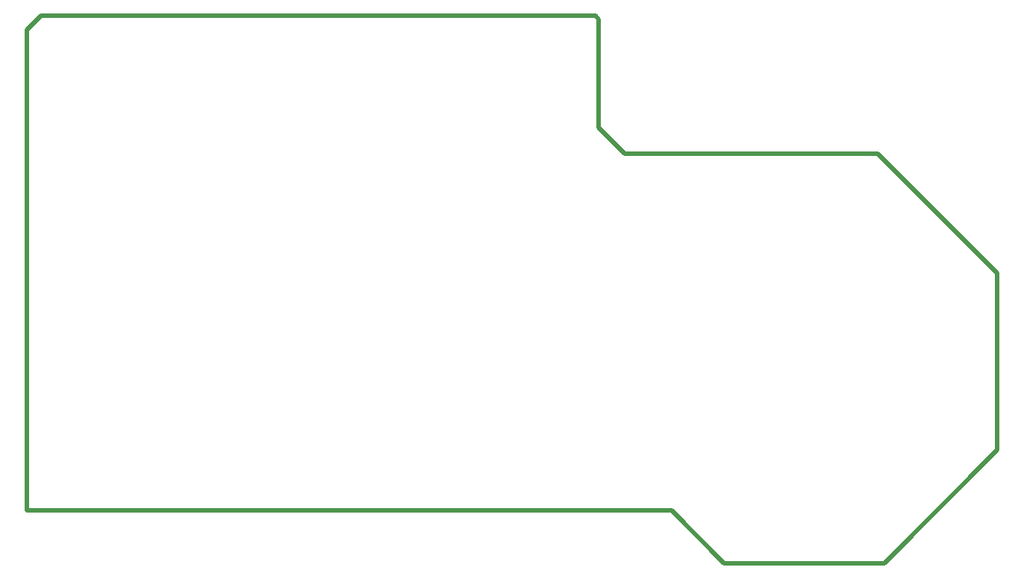
<source format=gm1>
G04 Layer_Color=16711935*
%FSLAX25Y25*%
%MOIN*%
G70*
G01*
G75*
%ADD15C,0.02000*%
D15*
X222018Y174500D02*
X229500D01*
X222018D02*
Y389018D01*
X228500Y395500D01*
X476000D01*
X477500Y394000D01*
Y345500D02*
Y394000D01*
Y345500D02*
X489000Y334000D01*
X602000D01*
X655500Y280500D01*
Y201500D02*
Y280500D01*
X605000Y151000D02*
X655500Y201500D01*
X533500Y151000D02*
X605000D01*
X510000Y174500D02*
X533500Y151000D01*
X229500Y174500D02*
X510000D01*
M02*

</source>
